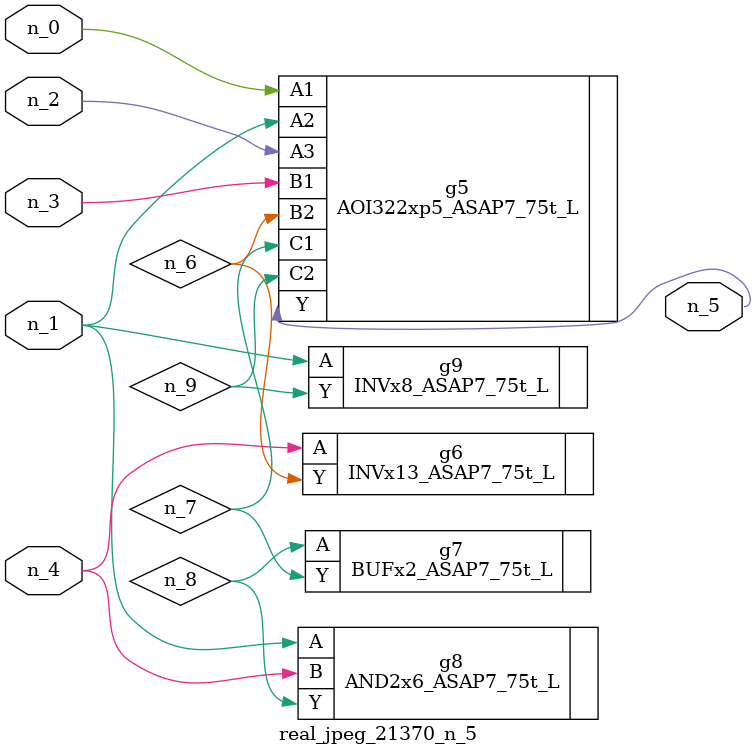
<source format=v>
module real_jpeg_21370_n_5 (n_4, n_0, n_1, n_2, n_3, n_5);

input n_4;
input n_0;
input n_1;
input n_2;
input n_3;

output n_5;

wire n_8;
wire n_6;
wire n_7;
wire n_9;

AOI322xp5_ASAP7_75t_L g5 ( 
.A1(n_0),
.A2(n_1),
.A3(n_2),
.B1(n_3),
.B2(n_6),
.C1(n_7),
.C2(n_9),
.Y(n_5)
);

AND2x6_ASAP7_75t_L g8 ( 
.A(n_1),
.B(n_4),
.Y(n_8)
);

INVx8_ASAP7_75t_L g9 ( 
.A(n_1),
.Y(n_9)
);

INVx13_ASAP7_75t_L g6 ( 
.A(n_4),
.Y(n_6)
);

BUFx2_ASAP7_75t_L g7 ( 
.A(n_8),
.Y(n_7)
);


endmodule
</source>
